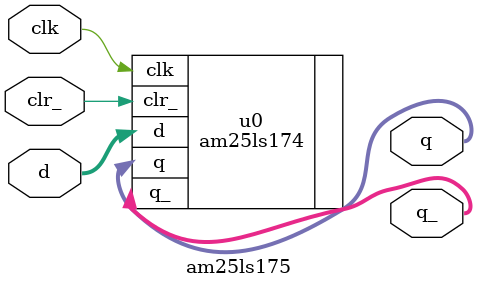
<source format=v>

`include "am25ls174.v"
`timescale 1ns / 100ps

module am25ls175(d, q, q_, clk, clr_);
input [3:0] d;
output [3:0] q, q_;
input clk, clr_;

am25ls174 #(.WIDTH(4)) u0 (
	.d(d), 
	.q(q),
	.q_(q_),
	.clk(clk),
	.clr_(clr_)
);
	
endmodule

</source>
